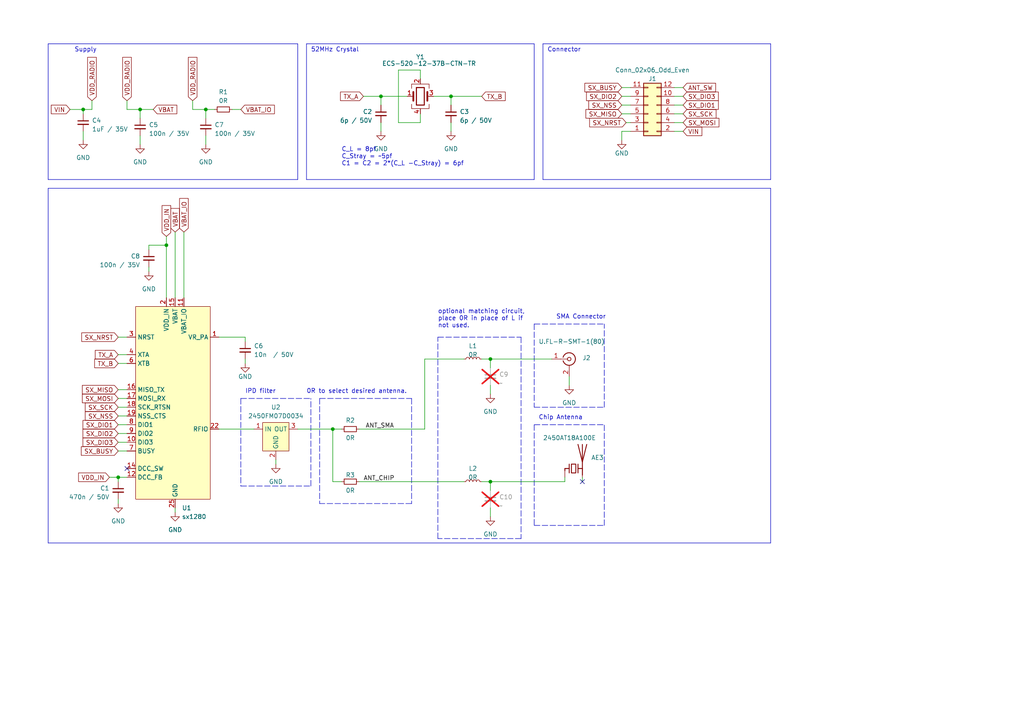
<source format=kicad_sch>
(kicad_sch (version 20230121) (generator eeschema)
  (paper "A4")
  (lib_symbols
    (symbol "Connector:Conn_Coaxial" (pin_names (offset 1.016) hide)
      (property "Reference" "J" (at 0.254 3.048 0))
      (property "Value" "Conn_Coaxial" (at 2.921 0 90))
      (symbol "Conn_Coaxial_0_1"
        (arc (start -1.778 -0.508) (mid 0.2311 -1.8066) (end 1.778 0) (stroke (width 0.254)))
        (polyline (pts (xy -2.54 0) (xy -0.508 0)))
        (polyline (pts (xy 0 -2.54) (xy 0 -1.778)))
        (circle (center 0 0) (radius 0.508) (stroke (width 0.2032)))
        (arc (start 1.778 0) (mid 0.2099 1.8101) (end -1.778 0.508) (stroke (width 0.254)))
      )
      (symbol "Conn_Coaxial_1_1"
        (pin passive line (at -5.08 0 0) (length 2.54) (name "In") (number "1"))
        (pin passive line (at 0 -5.08 90) (length 2.54) (name "Ext") (number "2"))
      )
    )
    (symbol "Connector_Generic:Conn_02x06_Odd_Even" (pin_names (offset 1.016) hide)
      (property "Reference" "J" (at 1.27 7.62 0))
      (property "Value" "Conn_02x06_Odd_Even" (at 1.27 -10.16 0))
      (symbol "Conn_02x06_Odd_Even_1_1"
        (rectangle (start -1.27 -7.493) (end 0 -7.747) (stroke (width 0.1524)))
        (rectangle (start -1.27 -4.953) (end 0 -5.207) (stroke (width 0.1524)))
        (rectangle (start -1.27 -2.413) (end 0 -2.667) (stroke (width 0.1524)))
        (rectangle (start -1.27 0.127) (end 0 -0.127) (stroke (width 0.1524)))
        (rectangle (start -1.27 2.667) (end 0 2.413) (stroke (width 0.1524)))
        (rectangle (start -1.27 5.207) (end 0 4.953) (stroke (width 0.1524)))
        (rectangle (start -1.27 6.35) (end 3.81 -8.89) (stroke (width 0.254)) (fill (type background)))
        (rectangle (start 3.81 -7.493) (end 2.54 -7.747) (stroke (width 0.1524)))
        (rectangle (start 3.81 -4.953) (end 2.54 -5.207) (stroke (width 0.1524)))
        (rectangle (start 3.81 -2.413) (end 2.54 -2.667) (stroke (width 0.1524)))
        (rectangle (start 3.81 0.127) (end 2.54 -0.127) (stroke (width 0.1524)))
        (rectangle (start 3.81 2.667) (end 2.54 2.413) (stroke (width 0.1524)))
        (rectangle (start 3.81 5.207) (end 2.54 4.953) (stroke (width 0.1524)))
        (pin passive line (at -5.08 5.08 0) (length 3.81) (name "Pin_1") (number "1"))
        (pin passive line (at 7.62 -5.08 180) (length 3.81) (name "Pin_10") (number "10"))
        (pin passive line (at -5.08 -7.62 0) (length 3.81) (name "Pin_11") (number "11"))
        (pin passive line (at 7.62 -7.62 180) (length 3.81) (name "Pin_12") (number "12"))
        (pin passive line (at 7.62 5.08 180) (length 3.81) (name "Pin_2") (number "2"))
        (pin passive line (at -5.08 2.54 0) (length 3.81) (name "Pin_3") (number "3"))
        (pin passive line (at 7.62 2.54 180) (length 3.81) (name "Pin_4") (number "4"))
        (pin passive line (at -5.08 0 0) (length 3.81) (name "Pin_5") (number "5"))
        (pin passive line (at 7.62 0 180) (length 3.81) (name "Pin_6") (number "6"))
        (pin passive line (at -5.08 -2.54 0) (length 3.81) (name "Pin_7") (number "7"))
        (pin passive line (at 7.62 -2.54 180) (length 3.81) (name "Pin_8") (number "8"))
        (pin passive line (at -5.08 -5.08 0) (length 3.81) (name "Pin_9") (number "9"))
      )
    )
    (symbol "Device:Antenna_Chip" (pin_numbers hide) (pin_names (offset 1.016) hide)
      (property "Reference" "AE" (at 0 5.08 0))
      (property "Value" "Antenna_Chip" (at 0 3.175 0))
      (symbol "Antenna_Chip_0_1"
        (polyline (pts (xy -2.54 0) (xy -2.54 -0.635)) (stroke (width 0.254)))
        (polyline (pts (xy -2.54 0) (xy -1.27 0)) (stroke (width 0.254)))
        (polyline (pts (xy 1.27 0) (xy 2.54 0)) (stroke (width 0.254)))
        (polyline (pts (xy 1.27 1.27) (xy 1.27 -1.27)) (stroke (width 0.254)))
        (polyline (pts (xy 2.54 -0.635) (xy 2.54 0)))
        (polyline (pts (xy 2.54 6.985) (xy 2.54 -1.905)) (stroke (width 0.254)))
        (polyline (pts (xy -1.27 1.27) (xy -1.27 -1.27) (xy -1.27 0)) (stroke (width 0.254)))
        (polyline (pts (xy 3.81 6.985) (xy 2.54 1.905) (xy 1.27 6.985)) (stroke (width 0.254)))
        (polyline (pts (xy -0.635 1.27) (xy 0.635 1.27) (xy 0.635 -1.27) (xy -0.635 -1.27) (xy -0.635 1.27)) (stroke (width 0.254)))
      )
      (symbol "Antenna_Chip_1_1"
        (pin input line (at -2.54 -2.54 90) (length 2.54) (name "FEED") (number "1"))
        (pin passive line (at 2.54 -2.54 90) (length 2.54) (name "PCB_Trace") (number "2"))
      )
    )
    (symbol "Device:C_Small" (pin_numbers hide) (pin_names (offset 0.254) hide)
      (property "Reference" "C" (at 0.254 1.778 0))
      (property "Value" "C_Small" (at 0.254 -2.032 0))
      (symbol "C_Small_0_1"
        (polyline (pts (xy -1.524 -0.508) (xy 1.524 -0.508)) (stroke (width 0.3302)))
        (polyline (pts (xy -1.524 0.508) (xy 1.524 0.508)) (stroke (width 0.3048)))
      )
      (symbol "C_Small_1_1"
        (pin passive line (at 0 2.54 270) (length 2.032) (name "~") (number "1"))
        (pin passive line (at 0 -2.54 90) (length 2.032) (name "~") (number "2"))
      )
    )
    (symbol "Device:Crystal_GND24" (pin_names (offset 1.016) hide)
      (property "Reference" "Y" (at 3.175 5.08 0))
      (property "Value" "Crystal_GND24" (at 3.175 3.175 0))
      (symbol "Crystal_GND24_0_1"
        (rectangle (start -1.143 2.54) (end 1.143 -2.54) (stroke (width 0.3048)))
        (polyline (pts (xy -2.54 0) (xy -2.032 0)))
        (polyline (pts (xy -2.032 -1.27) (xy -2.032 1.27)) (stroke (width 0.508)))
        (polyline (pts (xy 0 -3.81) (xy 0 -3.556)))
        (polyline (pts (xy 0 3.556) (xy 0 3.81)))
        (polyline (pts (xy 2.032 -1.27) (xy 2.032 1.27)) (stroke (width 0.508)))
        (polyline (pts (xy 2.032 0) (xy 2.54 0)))
        (polyline (pts (xy -2.54 -2.286) (xy -2.54 -3.556) (xy 2.54 -3.556) (xy 2.54 -2.286)))
        (polyline (pts (xy -2.54 2.286) (xy -2.54 3.556) (xy 2.54 3.556) (xy 2.54 2.286)))
      )
      (symbol "Crystal_GND24_1_1"
        (pin passive line (at -3.81 0 0) (length 1.27) (name "1") (number "1"))
        (pin passive line (at 0 5.08 270) (length 1.27) (name "2") (number "2"))
        (pin passive line (at 3.81 0 180) (length 1.27) (name "3") (number "3"))
        (pin passive line (at 0 -5.08 90) (length 1.27) (name "4") (number "4"))
      )
    )
    (symbol "Device:L_Small" (pin_numbers hide) (pin_names (offset 0.254) hide)
      (property "Reference" "L" (at 0.762 1.016 0))
      (property "Value" "L_Small" (at 0.762 -1.016 0))
      (symbol "L_Small_0_1"
        (arc (start 0 -2.032) (mid 0.5058 -1.524) (end 0 -1.016))
        (arc (start 0 -1.016) (mid 0.5058 -0.508) (end 0 0))
        (arc (start 0 0) (mid 0.5058 0.508) (end 0 1.016))
        (arc (start 0 1.016) (mid 0.5058 1.524) (end 0 2.032))
      )
      (symbol "L_Small_1_1"
        (pin passive line (at 0 2.54 270) (length 0.508) (name "~") (number "1"))
        (pin passive line (at 0 -2.54 90) (length 0.508) (name "~") (number "2"))
      )
    )
    (symbol "Device:R_Small" (pin_numbers hide) (pin_names (offset 0.254) hide)
      (property "Reference" "R" (at 0.762 0.508 0))
      (property "Value" "R_Small" (at 0.762 -1.016 0))
      (symbol "R_Small_0_1"
        (rectangle (start -0.762 1.778) (end 0.762 -1.778) (stroke (width 0.2032)))
      )
      (symbol "R_Small_1_1"
        (pin passive line (at 0 2.54 270) (length 0.762) (name "~") (number "1"))
        (pin passive line (at 0 -2.54 90) (length 0.762) (name "~") (number "2"))
      )
    )
    (symbol "power:GND" (power) (pin_names (offset 0))
      (property "Value" "GND" (at 0 -3.81 0))
      (symbol "GND_0_1"
        (polyline (pts (xy 0 0) (xy 0 -1.27) (xy 1.27 -1.27) (xy 0 -2.54) (xy -1.27 -1.27) (xy 0 -1.27)))
      )
      (symbol "GND_1_1"
        (pin power_in line (at 0 0 270) (length 0) hide (name "GND") (number "1"))
      )
    )
    (symbol "sx1280_tranceiver:2450FM07D0034"
      (property "Reference" "U" (at 0 2.54 0))
      (property "Value" "2450FM07D0034" (at 0 0 0))
      (symbol "2450FM07D0034_0_0"
        (pin unspecified line (at -6.35 0 0) (length 2.54) (name "IN") (number "1"))
        (pin unspecified line (at 0 -8.89 90) (length 2.54) (name "GND") (number "2"))
        (pin unspecified line (at 6.35 0 180) (length 2.54) (name "OUT") (number "3"))
        (pin unspecified line (at 0 -8.89 90) (length 2.54) hide (name "GND") (number "4"))
      )
      (symbol "2450FM07D0034_0_1"
        (rectangle (start -3.81 1.905) (end 3.81 -6.35) (fill (type background)))
      )
    )
    (symbol "sx1280_tranceiver:sx1280"
      (property "Reference" "U" (at 0 0 0))
      (property "Value" "sx1280" (at 0 0 0))
      (symbol "sx1280_0_0"
        (pin unspecified line (at 12.7 16.51 180) (length 2.54) (name "VR_PA") (number "1"))
        (pin unspecified line (at -13.97 -13.97 0) (length 2.54) (name "DIO3") (number "10"))
        (pin unspecified line (at 2.54 27.94 270) (length 2.54) (name "VBAT_IO") (number "11"))
        (pin unspecified line (at -13.97 -24.13 0) (length 2.54) (name "DCC_FB") (number "12"))
        (pin unspecified line (at 0 -33.02 90) (length 2.54) hide (name "GND") (number "13"))
        (pin unspecified line (at -13.97 -21.59 0) (length 2.54) (name "DCC_SW") (number "14"))
        (pin unspecified line (at 0 27.94 270) (length 2.54) (name "VBAT") (number "15"))
        (pin unspecified line (at -13.97 1.27 0) (length 2.54) (name "MISO_TX") (number "16"))
        (pin unspecified line (at -13.97 -1.27 0) (length 2.54) (name "MOSI_RX") (number "17"))
        (pin unspecified line (at -13.97 -3.81 0) (length 2.54) (name "SCK_RTSN") (number "18"))
        (pin unspecified line (at -13.97 -6.35 0) (length 2.54) (name "NSS_CTS") (number "19"))
        (pin unspecified line (at -2.54 27.94 270) (length 2.54) (name "VDD_IN") (number "2"))
        (pin unspecified line (at 0 -33.02 90) (length 2.54) hide (name "GND") (number "20"))
        (pin unspecified line (at 0 -33.02 90) (length 2.54) hide (name "GND") (number "21"))
        (pin unspecified line (at 12.7 -10.16 180) (length 2.54) (name "RFIO") (number "22"))
        (pin unspecified line (at 0 -33.02 90) (length 2.54) hide (name "GND") (number "23"))
        (pin unspecified line (at 0 -33.02 90) (length 2.54) hide (name "GND") (number "24"))
        (pin unspecified line (at 0 -33.02 90) (length 2.54) (name "GND") (number "25"))
        (pin unspecified line (at -13.97 16.51 0) (length 2.54) (name "NRST") (number "3"))
        (pin unspecified line (at -13.97 11.43 0) (length 2.54) (name "XTA") (number "4"))
        (pin unspecified line (at 0 -33.02 90) (length 2.54) hide (name "GND") (number "5"))
        (pin unspecified line (at -13.97 8.89 0) (length 2.54) (name "XTB") (number "6"))
        (pin unspecified line (at -13.97 -16.51 0) (length 2.54) (name "BUSY") (number "7"))
        (pin unspecified line (at -13.97 -8.89 0) (length 2.54) (name "DIO1") (number "8"))
        (pin unspecified line (at -13.97 -11.43 0) (length 2.54) (name "DIO2") (number "9"))
      )
      (symbol "sx1280_0_1"
        (rectangle (start -11.43 25.4) (end 10.16 -30.48) (fill (type background)))
      )
    )
  )
  (junction (at 130.81 27.94))
  (junction (at 142.24 104.14))
  (junction (at 40.64 31.75))
  (junction (at 48.26 71.12))
  (junction (at 96.52 124.46))
  (junction (at 110.49 27.94))
  (junction (at 142.24 139.7))
  (junction (at 59.69 31.75))
  (junction (at 24.13 31.75))
  (junction (at 34.29 138.43))
  (no_connect (at 36.83 135.89))
  (no_connect (at 168.91 139.7))
  (polyline (pts (xy 13.97 52.07) (xy 86.36 52.07)))
  (wire (pts (xy 36.83 31.75) (xy 40.64 31.75)))
  (wire (pts (xy 55.88 29.21) (xy 55.88 31.75)))
  (wire (pts (xy 59.69 31.75) (xy 62.23 31.75)))
  (wire (pts (xy 142.24 104.14) (xy 142.24 106.68)))
  (wire (pts (xy 110.49 27.94) (xy 110.49 30.48)))
  (wire (pts (xy 121.92 20.32) (xy 115.57 20.32)))
  (polyline (pts (xy 69.85 115.57) (xy 90.17 115.57)) (stroke (width 0) (type dash)))
  (polyline (pts (xy 154.94 118.11) (xy 175.26 118.11)) (stroke (width 0) (type dash)))
  (wire (pts (xy 43.18 77.47) (xy 43.18 78.74)))
  (wire (pts (xy 63.5 124.46) (xy 73.66 124.46)))
  (wire (pts (xy 195.58 35.56) (xy 198.12 35.56)))
  (polyline (pts (xy 13.97 12.7) (xy 86.36 12.7)))
  (polyline (pts (xy 127 97.79) (xy 151.13 97.79)) (stroke (width 0) (type dash)))
  (wire (pts (xy 123.19 124.46) (xy 123.19 104.14)))
  (wire (pts (xy 34.29 138.43) (xy 34.29 139.7)))
  (wire (pts (xy 71.12 104.14) (xy 71.12 105.41)))
  (wire (pts (xy 50.8 147.32) (xy 50.8 148.59)))
  (polyline (pts (xy 223.52 52.07) (xy 223.52 12.7)))
  (wire (pts (xy 96.52 139.7) (xy 99.06 139.7)))
  (polyline (pts (xy 151.13 97.79) (xy 151.13 156.21)) (stroke (width 0) (type dash)))
  (polyline (pts (xy 127 156.21) (xy 127 97.79)) (stroke (width 0) (type dash)))
  (polyline (pts (xy 88.9 52.07) (xy 154.94 52.07)))
  (wire (pts (xy 34.29 97.79) (xy 36.83 97.79)))
  (wire (pts (xy 34.29 144.78) (xy 34.29 146.05)))
  (polyline (pts (xy 154.94 152.4) (xy 175.26 152.4)) (stroke (width 0) (type dash)))
  (wire (pts (xy 123.19 104.14) (xy 134.62 104.14)))
  (wire (pts (xy 36.83 138.43) (xy 34.29 138.43)))
  (polyline (pts (xy 154.94 123.19) (xy 175.26 123.19)) (stroke (width 0) (type dash)))
  (wire (pts (xy 59.69 39.37) (xy 59.69 41.91)))
  (wire (pts (xy 43.18 71.12) (xy 43.18 72.39)))
  (wire (pts (xy 24.13 38.1) (xy 24.13 40.64)))
  (wire (pts (xy 125.73 27.94) (xy 130.81 27.94)))
  (polyline (pts (xy 154.94 123.19) (xy 154.94 152.4)) (stroke (width 0) (type dash)))
  (wire (pts (xy 71.12 97.79) (xy 63.5 97.79)))
  (polyline (pts (xy 157.48 12.7) (xy 157.48 52.07)))
  (wire (pts (xy 67.31 31.75) (xy 69.85 31.75)))
  (wire (pts (xy 110.49 35.56) (xy 110.49 38.1)))
  (wire (pts (xy 180.34 38.1) (xy 180.34 40.64)))
  (polyline (pts (xy 119.38 115.57) (xy 119.38 146.05)) (stroke (width 0) (type dash)))
  (polyline (pts (xy 88.9 12.7) (xy 88.9 52.07)))
  (wire (pts (xy 34.29 120.65) (xy 36.83 120.65)))
  (wire (pts (xy 142.24 139.7) (xy 163.83 139.7)))
  (wire (pts (xy 104.14 124.46) (xy 123.19 124.46)))
  (wire (pts (xy 40.64 31.75) (xy 40.64 34.29)))
  (wire (pts (xy 34.29 115.57) (xy 36.83 115.57)))
  (wire (pts (xy 130.81 27.94) (xy 139.7 27.94)))
  (wire (pts (xy 36.83 29.21) (xy 36.83 31.75)))
  (wire (pts (xy 180.34 33.02) (xy 182.88 33.02)))
  (polyline (pts (xy 13.97 54.61) (xy 13.97 157.48)))
  (wire (pts (xy 195.58 30.48) (xy 198.12 30.48)))
  (wire (pts (xy 24.13 33.02) (xy 24.13 31.75)))
  (wire (pts (xy 34.29 102.87) (xy 36.83 102.87)))
  (polyline (pts (xy 92.71 115.57) (xy 119.38 115.57)) (stroke (width 0) (type dash)))
  (wire (pts (xy 48.26 71.12) (xy 48.26 86.36)))
  (polyline (pts (xy 69.85 140.97) (xy 90.17 140.97)) (stroke (width 0) (type dash)))
  (wire (pts (xy 165.1 109.22) (xy 165.1 111.76)))
  (wire (pts (xy 24.13 31.75) (xy 20.32 31.75)))
  (wire (pts (xy 59.69 31.75) (xy 59.69 34.29)))
  (wire (pts (xy 24.13 31.75) (xy 26.67 31.75)))
  (polyline (pts (xy 13.97 157.48) (xy 223.52 157.48)))
  (wire (pts (xy 142.24 147.32) (xy 142.24 149.86)))
  (wire (pts (xy 104.14 139.7) (xy 134.62 139.7)))
  (polyline (pts (xy 154.94 52.07) (xy 154.94 12.7)))
  (wire (pts (xy 96.52 124.46) (xy 99.06 124.46)))
  (wire (pts (xy 48.26 68.58) (xy 48.26 71.12)))
  (polyline (pts (xy 154.94 93.98) (xy 175.26 93.98)) (stroke (width 0) (type dash)))
  (wire (pts (xy 40.64 39.37) (xy 40.64 41.91)))
  (wire (pts (xy 96.52 124.46) (xy 96.52 139.7)))
  (wire (pts (xy 139.7 104.14) (xy 142.24 104.14)))
  (wire (pts (xy 142.24 111.76) (xy 142.24 114.3)))
  (polyline (pts (xy 88.9 12.7) (xy 154.94 12.7)))
  (wire (pts (xy 26.67 29.21) (xy 26.67 31.75)))
  (wire (pts (xy 115.57 35.56) (xy 121.92 35.56)))
  (wire (pts (xy 34.29 105.41) (xy 36.83 105.41)))
  (wire (pts (xy 71.12 99.06) (xy 71.12 97.79)))
  (polyline (pts (xy 90.17 140.97) (xy 90.17 115.57)) (stroke (width 0) (type dash)))
  (wire (pts (xy 182.88 38.1) (xy 180.34 38.1)))
  (polyline (pts (xy 86.36 52.07) (xy 86.36 12.7)))
  (polyline (pts (xy 157.48 12.7) (xy 223.52 12.7)))
  (polyline (pts (xy 13.97 54.61) (xy 223.52 54.61)))
  (wire (pts (xy 80.01 133.35) (xy 80.01 134.62)))
  (wire (pts (xy 34.29 118.11) (xy 36.83 118.11)))
  (wire (pts (xy 86.36 124.46) (xy 96.52 124.46)))
  (polyline (pts (xy 154.94 93.98) (xy 154.94 118.11)) (stroke (width 0) (type dash)))
  (wire (pts (xy 142.24 139.7) (xy 142.24 142.24)))
  (polyline (pts (xy 223.52 157.48) (xy 223.52 54.61)))
  (wire (pts (xy 34.29 125.73) (xy 36.83 125.73)))
  (wire (pts (xy 168.91 138.43) (xy 168.91 139.7)))
  (wire (pts (xy 121.92 35.56) (xy 121.92 33.02)))
  (wire (pts (xy 181.61 35.56) (xy 182.88 35.56)))
  (wire (pts (xy 139.7 139.7) (xy 142.24 139.7)))
  (wire (pts (xy 195.58 25.4) (xy 198.12 25.4)))
  (wire (pts (xy 31.75 138.43) (xy 34.29 138.43)))
  (polyline (pts (xy 92.71 115.57) (xy 92.71 146.05)) (stroke (width 0) (type dash)))
  (wire (pts (xy 55.88 31.75) (xy 59.69 31.75)))
  (wire (pts (xy 34.29 123.19) (xy 36.83 123.19)))
  (wire (pts (xy 48.26 71.12) (xy 43.18 71.12)))
  (polyline (pts (xy 119.38 146.05) (xy 92.71 146.05)) (stroke (width 0) (type dash)))
  (wire (pts (xy 180.34 30.48) (xy 182.88 30.48)))
  (wire (pts (xy 142.24 104.14) (xy 160.02 104.14)))
  (wire (pts (xy 130.81 27.94) (xy 130.81 30.48)))
  (wire (pts (xy 40.64 31.75) (xy 44.45 31.75)))
  (wire (pts (xy 180.34 27.94) (xy 182.88 27.94)))
  (wire (pts (xy 195.58 27.94) (xy 198.12 27.94)))
  (wire (pts (xy 34.29 128.27) (xy 36.83 128.27)))
  (wire (pts (xy 180.34 25.4) (xy 182.88 25.4)))
  (polyline (pts (xy 175.26 152.4) (xy 175.26 123.19)) (stroke (width 0) (type dash)))
  (wire (pts (xy 110.49 27.94) (xy 118.11 27.94)))
  (polyline (pts (xy 157.48 52.07) (xy 223.52 52.07)))
  (wire (pts (xy 53.34 67.31) (xy 53.34 86.36)))
  (polyline (pts (xy 13.97 12.7) (xy 13.97 52.07)))
  (polyline (pts (xy 69.85 115.57) (xy 69.85 140.97)) (stroke (width 0) (type dash)))
  (wire (pts (xy 34.29 113.03) (xy 36.83 113.03)))
  (wire (pts (xy 121.92 22.86) (xy 121.92 20.32)))
  (wire (pts (xy 115.57 20.32) (xy 115.57 35.56)))
  (polyline (pts (xy 175.26 118.11) (xy 175.26 93.98)) (stroke (width 0) (type dash)))
  (wire (pts (xy 105.41 27.94) (xy 110.49 27.94)))
  (wire (pts (xy 50.8 67.31) (xy 50.8 86.36)))
  (wire (pts (xy 163.83 138.43) (xy 163.83 139.7)))
  (wire (pts (xy 195.58 38.1) (xy 198.12 38.1)))
  (polyline (pts (xy 151.13 156.21) (xy 127 156.21)) (stroke (width 0) (type dash)))
  (wire (pts (xy 195.58 33.02) (xy 198.12 33.02)))
  (wire (pts (xy 34.29 130.81) (xy 36.83 130.81)))
  (wire (pts (xy 130.81 35.56) (xy 130.81 38.1)))
  (text "0R to select desired antenna." (at 88.9 114.3 0) (effects (font (size 1.27 1.27)) (justify left bottom)))
  (text "Connector" (at 158.75 15.24 0) (effects (font (size 1.27 1.27)) (justify left bottom)))
  (text "C_L = 8pf\nC_Stray = ~5pf\nC1 = C2 = 2*(C_L -C_Stray) = 6pf" (at 99.06 48.26 0) (effects (font (size 1.27 1.27)) (justify left bottom)))
  (text "Chip Antenna" (at 156.21 121.92 0) (effects (font (size 1.27 1.27)) (justify left bottom)))
  (text "optional matching circuit, \nplace 0R in place of L if \nnot used." (at 127 95.25 0) (effects (font (size 1.27 1.27)) (justify left bottom)))
  (text "Supply" (at 21.59 15.24 0) (effects (font (size 1.27 1.27)) (justify left bottom)))
  (text "52MHz Crystal" (at 90.17 15.24 0) (effects (font (size 1.27 1.27)) (justify left bottom)))
  (text "IPD filter" (at 71.12 114.3 0) (effects (font (size 1.27 1.27)) (justify left bottom)))
  (text "SMA Connector" (at 161.29 92.71 0) (effects (font (size 1.27 1.27)) (justify left bottom)))
  (label "ANT_SMA" (at 114.3 124.46 180) (property "Intersheetrefs" "${INTERSHEET_REFS}" (effects hide)))
  (label "ANT_CHIP" (at 105.41 139.7 0) (property "Intersheetrefs" "${INTERSHEET_REFS}" (effects hide)))
  (global_label "VIN" (shape input) (at 198.12 38.1 0) (property "Intersheetrefs" "${INTERSHEET_REFS}" (effects hide)))
  (global_label "SX_MISO" (shape input) (at 180.34 33.02 180) (property "Intersheetrefs" "${INTERSHEET_REFS}" (effects hide)))
  (global_label "TX_A" (shape input) (at 105.41 27.94 180) (property "Intersheetrefs" "${INTERSHEET_REFS}" (effects hide)))
  (global_label "SX_MOSI" (shape input) (at 34.29 115.57 180) (property "Intersheetrefs" "${INTERSHEET_REFS}" (effects hide)))
  (global_label "SX_BUSY" (shape input) (at 34.29 130.81 180) (property "Intersheetrefs" "${INTERSHEET_REFS}" (effects hide)))
  (global_label "ANT_SW" (shape input) (at 198.12 25.4 0) (property "Intersheetrefs" "${INTERSHEET_REFS}" (effects hide)))
  (global_label "SX_DIO1" (shape input) (at 34.29 123.19 180) (property "Intersheetrefs" "${INTERSHEET_REFS}" (effects hide)))
  (global_label "VDD_RADIO" (shape input) (at 26.67 29.21 90) (property "Intersheetrefs" "${INTERSHEET_REFS}" (effects hide)))
  (global_label "SX_DIO2" (shape input) (at 180.34 27.94 180) (property "Intersheetrefs" "${INTERSHEET_REFS}" (effects hide)))
  (global_label "SX_DIO3" (shape input) (at 34.29 128.27 180) (property "Intersheetrefs" "${INTERSHEET_REFS}" (effects hide)))
  (global_label "SX_SCK" (shape input) (at 198.12 33.02 0) (property "Intersheetrefs" "${INTERSHEET_REFS}" (effects hide)))
  (global_label "SX_BUSY" (shape input) (at 180.34 25.4 180) (property "Intersheetrefs" "${INTERSHEET_REFS}" (effects hide)))
  (global_label "SX_NSS" (shape input) (at 180.34 30.48 180) (property "Intersheetrefs" "${INTERSHEET_REFS}" (effects hide)))
  (global_label "SX_NRST" (shape input) (at 181.61 35.56 180) (property "Intersheetrefs" "${INTERSHEET_REFS}" (effects hide)))
  (global_label "VBAT" (shape input) (at 50.8 67.31 90) (property "Intersheetrefs" "${INTERSHEET_REFS}" (effects hide)))
  (global_label "VDD_IN" (shape input) (at 31.75 138.43 180) (property "Intersheetrefs" "${INTERSHEET_REFS}" (effects hide)))
  (global_label "VBAT_IO" (shape input) (at 69.85 31.75 0) (property "Intersheetrefs" "${INTERSHEET_REFS}" (effects hide)))
  (global_label "TX_A" (shape input) (at 34.29 102.87 180) (property "Intersheetrefs" "${INTERSHEET_REFS}" (effects hide)))
  (global_label "VIN" (shape input) (at 20.32 31.75 180) (property "Intersheetrefs" "${INTERSHEET_REFS}" (effects hide)))
  (global_label "VBAT_IO" (shape input) (at 53.34 67.31 90) (property "Intersheetrefs" "${INTERSHEET_REFS}" (effects hide)))
  (global_label "SX_NSS" (shape input) (at 34.29 120.65 180) (property "Intersheetrefs" "${INTERSHEET_REFS}" (effects hide)))
  (global_label "VBAT" (shape input) (at 44.45 31.75 0) (property "Intersheetrefs" "${INTERSHEET_REFS}" (effects hide)))
  (global_label "SX_SCK" (shape input) (at 34.29 118.11 180) (property "Intersheetrefs" "${INTERSHEET_REFS}" (effects hide)))
  (global_label "SX_MISO" (shape input) (at 34.29 113.03 180) (property "Intersheetrefs" "${INTERSHEET_REFS}" (effects hide)))
  (global_label "TX_B" (shape input) (at 139.7 27.94 0) (property "Intersheetrefs" "${INTERSHEET_REFS}" (effects hide)))
  (global_label "SX_DIO3" (shape input) (at 198.12 27.94 0) (property "Intersheetrefs" "${INTERSHEET_REFS}" (effects hide)))
  (global_label "VDD_RADIO" (shape input) (at 55.88 29.21 90) (property "Intersheetrefs" "${INTERSHEET_REFS}" (effects hide)))
  (global_label "SX_NRST" (shape input) (at 34.29 97.79 180) (property "Intersheetrefs" "${INTERSHEET_REFS}" (effects hide)))
  (global_label "TX_B" (shape input) (at 34.29 105.41 180) (property "Intersheetrefs" "${INTERSHEET_REFS}" (effects hide)))
  (global_label "VDD_RADIO" (shape input) (at 36.83 29.21 90) (property "Intersheetrefs" "${INTERSHEET_REFS}" (effects hide)))
  (global_label "SX_MOSI" (shape input) (at 198.12 35.56 0) (property "Intersheetrefs" "${INTERSHEET_REFS}" (effects hide)))
  (global_label "VDD_IN" (shape input) (at 48.26 68.58 90) (property "Intersheetrefs" "${INTERSHEET_REFS}" (effects hide)))
  (global_label "SX_DIO2" (shape input) (at 34.29 125.73 180) (property "Intersheetrefs" "${INTERSHEET_REFS}" (effects hide)))
  (global_label "SX_DIO1" (shape input) (at 198.12 30.48 0) (property "Intersheetrefs" "${INTERSHEET_REFS}" (effects hide)))
  (symbol (lib_id "Connector_Generic:Conn_02x06_Odd_Even") (at 187.96 33.02 0) (mirror x) (unit 1)
    (property "Reference" "J1" (at 189.23 22.86 0))
    (property "Value" "Conn_02x06_Odd_Even" (at 189.23 20.32 0))
    (property "Footprint" "Connector_PinHeader_2.54mm:PinHeader_2x06_P2.54mm_Vertical" (effects hide))
  )
  (symbol (lib_id "Device:C_Small") (at 59.69 36.83 0) (unit 1)
    (property "Reference" "C7" (at 62.23 36.2013 0) (effects (justify left)))
    (property "Value" "100n / 35V" (at 62.23 38.7413 0) (effects (justify left)))
    (property "Footprint" "Capacitor_SMD:C_0402_1005Metric" (effects hide))
    (property "Datasheet" "https://product.tdk.com/system/files/dam/doc/product/capacitor/ceramic/mlcc/catalog/mlcc_commercial_general_en.pdf" (effects hide))
    (property "LCSC" "C187828" (effects hide))
    (property "Mouser" " 810-C1005X6S1H104KBB " (effects hide))
  )
  (symbol (lib_id "power:GND") (at 43.18 78.74 0) (unit 1)
    (property "Reference" "#PWR012" (effects hide))
    (property "Value" "GND" (at 43.18 83.82 0))
  )
  (symbol (lib_id "power:GND") (at 50.8 148.59 0) (unit 1)
    (property "Reference" "#PWR02" (effects hide))
    (property "Value" "GND" (at 50.8 153.67 0))
  )
  (symbol (lib_id "power:GND") (at 130.81 38.1 0) (unit 1)
    (property "Reference" "#PWR06" (effects hide))
    (property "Value" "GND" (at 130.81 43.18 0))
  )
  (symbol (lib_id "power:GND") (at 40.64 41.91 0) (unit 1)
    (property "Reference" "#PWR08" (effects hide))
    (property "Value" "GND" (at 40.64 46.99 0))
  )
  (symbol (lib_id "power:GND") (at 180.34 40.64 0) (mirror y) (unit 1)
    (property "Reference" "#PWR09" (effects hide))
    (property "Value" "GND" (at 180.34 44.45 0))
  )
  (symbol (lib_id "Device:C_Small") (at 43.18 74.93 0) (mirror y) (unit 1)
    (property "Reference" "C8" (at 40.64 74.3013 0) (effects (justify left)))
    (property "Value" "100n / 35V" (at 40.64 76.8413 0) (effects (justify left)))
    (property "Footprint" "Capacitor_SMD:C_0402_1005Metric" (effects hide))
    (property "Datasheet" "https://product.tdk.com/system/files/dam/doc/product/capacitor/ceramic/mlcc/catalog/mlcc_commercial_general_en.pdf" (effects hide))
    (property "LCSC" "C187828" (effects hide))
    (property "Mouser" " 810-C1005X6S1H104KBB " (effects hide))
  )
  (symbol (lib_id "Device:R_Small") (at 101.6 124.46 270) (unit 1)
    (property "Reference" "R2" (at 101.6 121.92 90))
    (property "Value" "0R" (at 101.6 127 90))
    (property "Footprint" "Resistor_SMD:R_0402_1005Metric" (effects hide))
    (property "Datasheet" "https://datasheet.lcsc.com/lcsc/2206010216_UNI-ROYAL-Uniroyal-Elec-0402WGF0000TCE_C17168.pdf" (effects hide))
    (property "LCSC" "C17168" (effects hide))
  )
  (symbol (lib_id "power:GND") (at 142.24 149.86 0) (unit 1)
    (property "Reference" "#PWR014" (effects hide))
    (property "Value" "GND" (at 142.24 154.94 0))
  )
  (symbol (lib_id "Device:C_Small") (at 24.13 35.56 0) (unit 1)
    (property "Reference" "C4" (at 26.67 34.9313 0) (effects (justify left)))
    (property "Value" "1uF / 35V" (at 26.67 37.4713 0) (effects (justify left)))
    (property "Footprint" "Capacitor_SMD:C_0402_1005Metric" (effects hide))
    (property "Datasheet" "https://www.mouser.de/datasheet/2/281/1/GRM155R6YA105ME11_01A-1983838.pdf" (effects hide))
    (property "LCSC" "C307413" (effects hide))
    (property "Mouser" " 81-GRM155R6YA105ME1J " (effects hide))
  )
  (symbol (lib_id "Device:L_Small") (at 137.16 104.14 90) (unit 1)
    (property "Reference" "L1" (at 137.16 100.33 90))
    (property "Value" "0R" (at 137.16 102.87 90))
    (property "Footprint" "Inductor_SMD:L_0402_1005Metric" (effects hide))
  )
  (symbol (lib_id "Connector:Conn_Coaxial") (at 165.1 104.14 0) (unit 1)
    (property "Reference" "J2" (at 168.91 103.7982 0) (effects (justify left)))
    (property "Value" "U.FL-R-SMT-1(80)" (at 156.21 99.06 0) (effects (justify left)))
    (property "Footprint" "Connector_Coaxial:U.FL_Hirose_U.FL-R-SMT-1_Vertical" (effects hide))
    (property "Datasheet" " ~" (effects hide))
  )
  (symbol (lib_id "power:GND") (at 34.29 146.05 0) (unit 1)
    (property "Reference" "#PWR03" (effects hide))
    (property "Value" "GND" (at 34.29 151.13 0))
  )
  (symbol (lib_id "Device:C_Small") (at 130.81 33.02 0) (mirror y) (unit 1)
    (property "Reference" "C3" (at 133.35 32.3913 0) (effects (justify right)))
    (property "Value" "6p / 50V" (at 133.35 34.9313 0) (effects (justify right)))
    (property "Footprint" "Capacitor_SMD:C_0402_1005Metric" (effects hide))
    (property "Datasheet" "https://datasheet.lcsc.com/lcsc/2304140030_FH--Guangdong-Fenghua-Advanced-Tech-0402CG6R0C500NT_C1575.pdf" (effects hide))
    (property "LCSC" "C1575" (effects hide))
  )
  (symbol (lib_id "Device:C_Small") (at 40.64 36.83 0) (unit 1)
    (property "Reference" "C5" (at 43.18 36.2013 0) (effects (justify left)))
    (property "Value" "100n / 35V" (at 43.18 38.7413 0) (effects (justify left)))
    (property "Footprint" "Capacitor_SMD:C_0402_1005Metric" (effects hide))
    (property "Datasheet" "https://product.tdk.com/system/files/dam/doc/product/capacitor/ceramic/mlcc/catalog/mlcc_commercial_general_en.pdf" (effects hide))
    (property "LCSC" "C187828" (effects hide))
    (property "Mouser" " 810-C1005X6S1H104KBB " (effects hide))
  )
  (symbol (lib_id "sx1280_tranceiver:2450FM07D0034") (at 80.01 124.46 0) (unit 1)
    (property "Reference" "U2" (at 80.01 118.11 0))
    (property "Value" "2450FM07D0034" (at 80.01 120.65 0))
    (property "Footprint" "sx1280_tranceiver:2450FM07D0034" (effects hide))
    (property "Datasheet" "https://www.mouser.de/datasheet/2/611/2450FM07D0034-1519359.pdf" (effects hide))
    (property "LCSC" "C2651081" (effects hide))
  )
  (symbol (lib_id "power:GND") (at 71.12 105.41 0) (unit 1)
    (property "Reference" "#PWR010" (effects hide))
    (property "Value" "GND" (at 71.12 109.22 0))
  )
  (symbol (lib_id "Device:Antenna_Chip") (at 166.37 135.89 0) (unit 1)
    (property "Reference" "AE3" (at 171.45 132.715 0) (effects (justify left)))
    (property "Value" "2450AT18A100E" (at 157.48 127 0) (effects (justify left)))
    (property "Footprint" "RF_Antenna:Johanson_2450AT18x100" (effects hide))
    (property "Datasheet" "https://datasheet.lcsc.com/lcsc/1810010413_Johanson-Dielectrics-2450AT18A100E_C89334.pdf" (effects hide))
    (property "LCSC" "C89334" (effects hide))
  )
  (symbol (lib_id "power:GND") (at 110.49 38.1 0) (unit 1)
    (property "Reference" "#PWR05" (effects hide))
    (property "Value" "GND" (at 110.49 43.18 0))
  )
  (symbol (lib_id "Device:C_Small") (at 34.29 142.24 0) (unit 1)
    (property "Reference" "C1" (at 31.75 141.6113 0) (effects (justify right)))
    (property "Value" "470n / 50V" (at 31.75 144.1513 0) (effects (justify right)))
    (property "Footprint" "Capacitor_SMD:C_0402_1005Metric" (effects hide))
    (property "Datasheet" "https://www.mouser.de/datasheet/2/281/1/GRM155R61H474ME11_01A-1983859.pdf" (effects hide))
    (property "Mouser" " 81-GRM155R61H474ME1D " (effects hide))
    (property "LCSC" "C6684936" (effects hide))
  )
  (symbol (lib_id "power:GND") (at 80.01 134.62 0) (unit 1)
    (property "Reference" "#PWR01" (effects hide))
    (property "Value" "GND" (at 80.01 139.7 0))
  )
  (symbol (lib_id "Device:R_Small") (at 64.77 31.75 90) (unit 1)
    (property "Reference" "R1" (at 64.77 26.67 90))
    (property "Value" "0R" (at 64.77 29.21 90))
    (property "Footprint" "Resistor_SMD:R_0402_1005Metric" (effects hide))
  )
  (symbol (lib_id "Device:L_Small") (at 137.16 139.7 90) (unit 1)
    (property "Reference" "L2" (at 137.16 135.89 90))
    (property "Value" "0R" (at 137.16 138.43 90))
    (property "Footprint" "Inductor_SMD:L_0402_1005Metric" (effects hide))
  )
  (symbol (lib_id "Device:C_Small") (at 142.24 109.22 0) (unit 1) (dnp yes)
    (property "Reference" "C9" (at 144.78 108.5913 0) (effects (justify left)))
    (property "Value" "~" (at 144.78 111.1313 0) (effects (justify left)))
    (property "Footprint" "Capacitor_SMD:C_0402_1005Metric" (effects hide))
  )
  (symbol (lib_id "Device:C_Small") (at 71.12 101.6 0) (mirror y) (unit 1)
    (property "Reference" "C6" (at 73.66 100.33 0) (effects (justify right)))
    (property "Value" "10n  / 50V" (at 73.66 102.87 0) (effects (justify right)))
    (property "Footprint" "Capacitor_SMD:C_0402_1005Metric" (effects hide))
    (property "Datasheet" "https://datasheet.lcsc.com/lcsc/2304140030_YAGEO-CC0402KRX7R9BB103_C60133.pdf" (effects hide))
    (property "LCSC" "C60133" (effects hide))
  )
  (symbol (lib_id "Device:C_Small") (at 110.49 33.02 0) (unit 1)
    (property "Reference" "C2" (at 107.95 32.3913 0) (effects (justify right)))
    (property "Value" "6p / 50V" (at 107.95 34.9313 0) (effects (justify right)))
    (property "Footprint" "Capacitor_SMD:C_0402_1005Metric" (effects hide))
    (property "Datasheet" "https://datasheet.lcsc.com/lcsc/2304140030_FH--Guangdong-Fenghua-Advanced-Tech-0402CG6R0C500NT_C1575.pdf" (effects hide))
    (property "LCSC" "C1575" (effects hide))
  )
  (symbol (lib_id "Device:C_Small") (at 142.24 144.78 0) (unit 1) (dnp yes)
    (property "Reference" "C10" (at 144.78 144.1513 0) (effects (justify left)))
    (property "Value" "~" (at 144.78 146.6913 0) (effects (justify left)))
    (property "Footprint" "Capacitor_SMD:C_0402_1005Metric" (effects hide))
  )
  (symbol (lib_id "Device:Crystal_GND24") (at 121.92 27.94 0) (unit 1)
    (property "Reference" "Y1" (at 121.92 16.51 0))
    (property "Value" "ECS-520-12-37B-CTN-TR" (at 124.46 18.4087 0))
    (property "Footprint" "sx1280_tranceiver:ECS-520-12-37B-CTN-TR" (effects hide))
    (property "Datasheet" "https://www.mouser.de/datasheet/2/122/ECX_1637B-1649431.pdf" (effects hide))
    (property "Mouser" " 520-520-12-37B-CTNTR " (effects hide))
    (property "LCSC" "C781783" (effects hide))
  )
  (symbol (lib_id "power:GND") (at 142.24 114.3 0) (unit 1)
    (property "Reference" "#PWR013" (effects hide))
    (property "Value" "GND" (at 142.24 119.38 0))
  )
  (symbol (lib_id "sx1280_tranceiver:sx1280") (at 50.8 114.3 0) (unit 1)
    (property "Reference" "U1" (at 52.7559 147.32 0) (effects (justify left)))
    (property "Value" "sx1280" (at 52.7559 149.86 0) (effects (justify left)))
    (property "Footprint" "sx1280_tranceiver:sx1280" (effects hide))
    (property "Datasheet" "https://www.mouser.de/datasheet/2/761/Semtech_04152020_DS_SX1280-1_V3.2-1832709.pdf" (effects hide))
    (property "LCSC" "C125969" (effects hide))
    (property "Mouser" " 947-SX1280IMLTRT " (effects hide))
  )
  (symbol (lib_id "power:GND") (at 24.13 40.64 0) (unit 1)
    (property "Reference" "#PWR07" (effects hide))
    (property "Value" "GND" (at 24.13 45.72 0))
  )
  (symbol (lib_id "power:GND") (at 165.1 111.76 0) (unit 1)
    (property "Reference" "#PWR04" (effects hide))
    (property "Value" "GND" (at 165.1 116.84 0))
  )
  (symbol (lib_id "Device:R_Small") (at 101.6 139.7 270) (unit 1)
    (property "Reference" "R3" (at 101.6 137.795 90))
    (property "Value" "0R" (at 101.6 142.24 90))
    (property "Footprint" "Resistor_SMD:R_0402_1005Metric" (effects hide))
    (property "Datasheet" "https://datasheet.lcsc.com/lcsc/2206010216_UNI-ROYAL-Uniroyal-Elec-0402WGF0000TCE_C17168.pdf" (effects hide))
    (property "LCSC" "C17168" (effects hide))
  )
  (symbol (lib_id "power:GND") (at 59.69 41.91 0) (unit 1)
    (property "Reference" "#PWR011" (effects hide))
    (property "Value" "GND" (at 59.69 46.99 0))
  )
)
</source>
